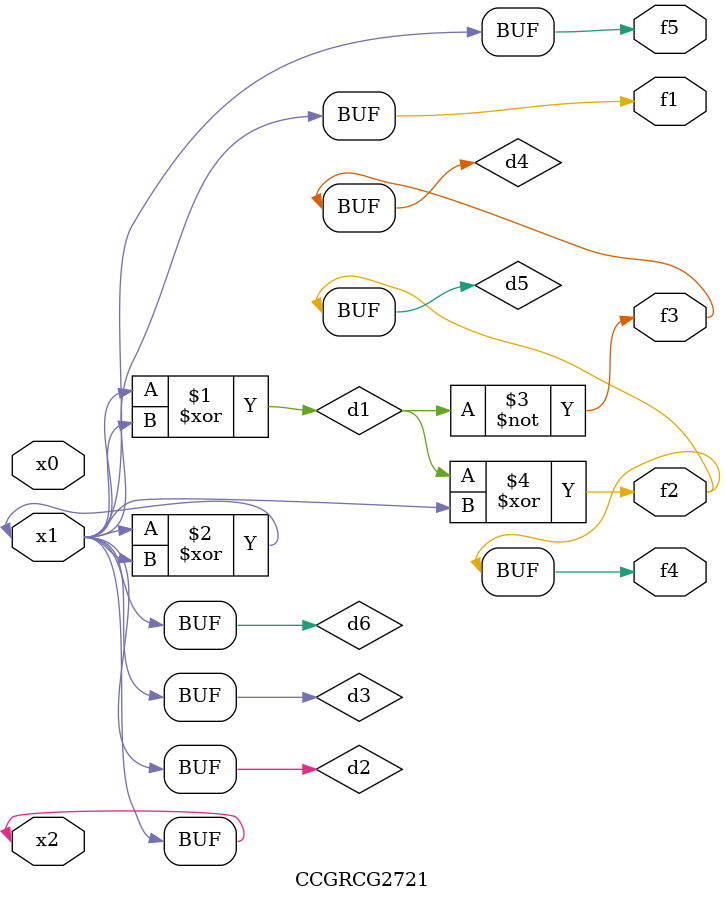
<source format=v>
module CCGRCG2721(
	input x0, x1, x2,
	output f1, f2, f3, f4, f5
);

	wire d1, d2, d3, d4, d5, d6;

	xor (d1, x1, x2);
	buf (d2, x1, x2);
	xor (d3, x1, x2);
	nor (d4, d1);
	xor (d5, d1, d2);
	buf (d6, d2, d3);
	assign f1 = d6;
	assign f2 = d5;
	assign f3 = d4;
	assign f4 = d5;
	assign f5 = d6;
endmodule

</source>
